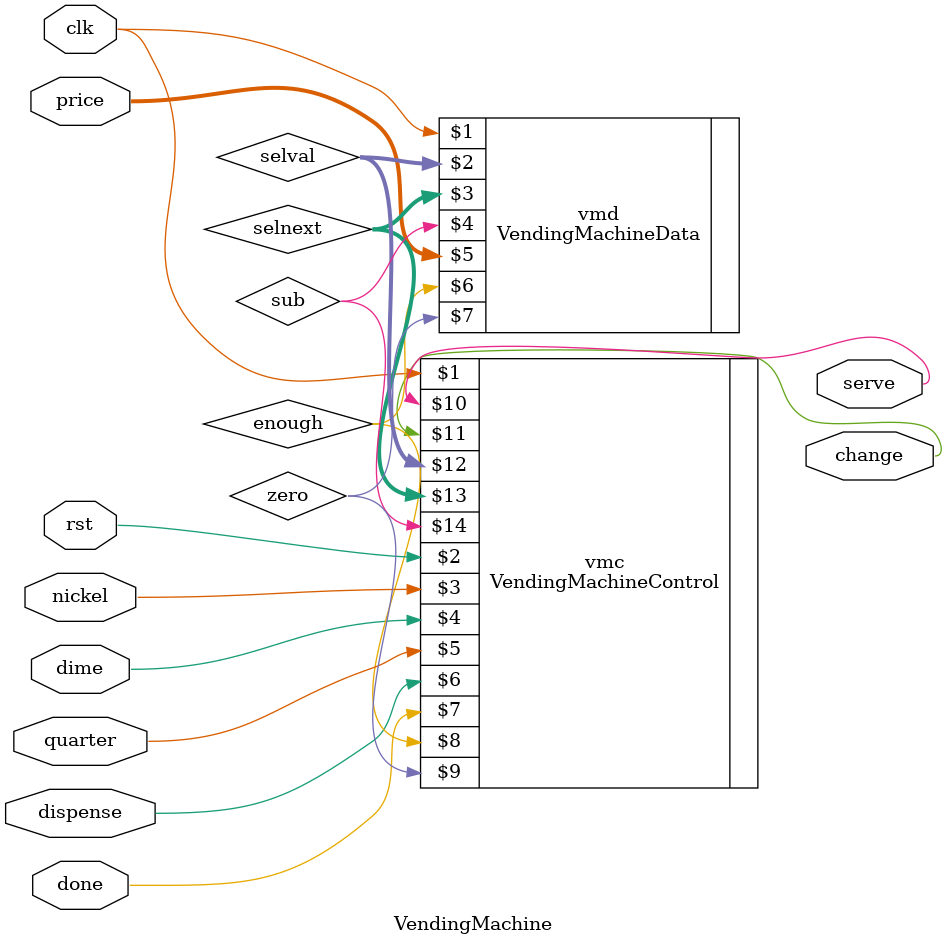
<source format=v>
`define DWIDTH 6

module VendingMachine(clk, rst, nickel, dime, quarter, dispense, done, price, serve, change) ;
  parameter n = `DWIDTH ;
  input clk, rst, nickel, dime, quarter, dispense, done ;
  input [n-1:0] price ;
  output serve, change ;

  wire enough, zero, sub ; 
  wire [3:0] selval ;
  wire [2:0] selnext ;

  VendingMachineControl vmc(clk, rst, nickel, dime, quarter, dispense, done, enough, zero, serve, change, selval, selnext, sub) ;
  VendingMachineData #(n) vmd(clk, selval, selnext, sub, price, enough, zero) ;
endmodule

</source>
